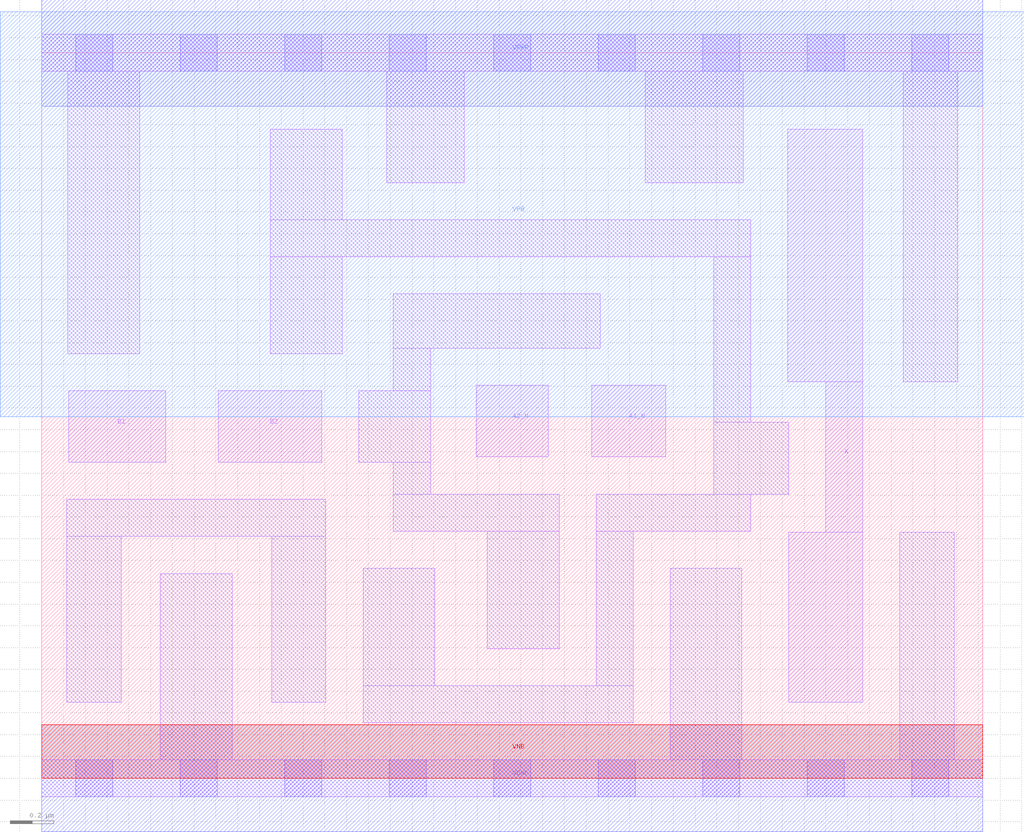
<source format=lef>
# Copyright 2020 The SkyWater PDK Authors
#
# Licensed under the Apache License, Version 2.0 (the "License");
# you may not use this file except in compliance with the License.
# You may obtain a copy of the License at
#
#     https://www.apache.org/licenses/LICENSE-2.0
#
# Unless required by applicable law or agreed to in writing, software
# distributed under the License is distributed on an "AS IS" BASIS,
# WITHOUT WARRANTIES OR CONDITIONS OF ANY KIND, either express or implied.
# See the License for the specific language governing permissions and
# limitations under the License.
#
# SPDX-License-Identifier: Apache-2.0

VERSION 5.7 ;
  NOWIREEXTENSIONATPIN ON ;
  DIVIDERCHAR "/" ;
  BUSBITCHARS "[]" ;
MACRO sky130_fd_sc_ls__o2bb2a_2
  CLASS CORE ;
  FOREIGN sky130_fd_sc_ls__o2bb2a_2 ;
  ORIGIN  0.000000  0.000000 ;
  SIZE  4.320000 BY  3.330000 ;
  SYMMETRY X Y ;
  SITE unit ;
  PIN A1_N
    ANTENNAGATEAREA  0.222000 ;
    DIRECTION INPUT ;
    USE SIGNAL ;
    PORT
      LAYER li1 ;
        RECT 2.525000 1.475000 2.865000 1.805000 ;
    END
  END A1_N
  PIN A2_N
    ANTENNAGATEAREA  0.222000 ;
    DIRECTION INPUT ;
    USE SIGNAL ;
    PORT
      LAYER li1 ;
        RECT 1.995000 1.475000 2.325000 1.805000 ;
    END
  END A2_N
  PIN B1
    ANTENNAGATEAREA  0.261000 ;
    DIRECTION INPUT ;
    USE SIGNAL ;
    PORT
      LAYER li1 ;
        RECT 0.125000 1.450000 0.570000 1.780000 ;
    END
  END B1
  PIN B2
    ANTENNAGATEAREA  0.261000 ;
    DIRECTION INPUT ;
    USE SIGNAL ;
    PORT
      LAYER li1 ;
        RECT 0.810000 1.450000 1.285000 1.780000 ;
    END
  END B2
  PIN X
    ANTENNADIFFAREA  0.543200 ;
    DIRECTION OUTPUT ;
    USE SIGNAL ;
    PORT
      LAYER li1 ;
        RECT 3.425000 1.820000 3.770000 2.980000 ;
        RECT 3.430000 0.350000 3.770000 1.130000 ;
        RECT 3.600000 1.130000 3.770000 1.820000 ;
    END
  END X
  PIN VGND
    DIRECTION INOUT ;
    SHAPE ABUTMENT ;
    USE GROUND ;
    PORT
      LAYER met1 ;
        RECT 0.000000 -0.245000 4.320000 0.245000 ;
    END
  END VGND
  PIN VNB
    DIRECTION INOUT ;
    USE GROUND ;
    PORT
      LAYER pwell ;
        RECT 0.000000 0.000000 4.320000 0.245000 ;
    END
  END VNB
  PIN VPB
    DIRECTION INOUT ;
    USE POWER ;
    PORT
      LAYER nwell ;
        RECT -0.190000 1.660000 4.510000 3.520000 ;
    END
  END VPB
  PIN VPWR
    DIRECTION INOUT ;
    SHAPE ABUTMENT ;
    USE POWER ;
    PORT
      LAYER met1 ;
        RECT 0.000000 3.085000 4.320000 3.575000 ;
    END
  END VPWR
  OBS
    LAYER li1 ;
      RECT 0.000000 -0.085000 4.320000 0.085000 ;
      RECT 0.000000  3.245000 4.320000 3.415000 ;
      RECT 0.115000  0.350000 0.365000 1.110000 ;
      RECT 0.115000  1.110000 1.305000 1.280000 ;
      RECT 0.120000  1.950000 0.450000 3.245000 ;
      RECT 0.545000  0.085000 0.875000 0.940000 ;
      RECT 1.050000  1.950000 1.380000 2.395000 ;
      RECT 1.050000  2.395000 3.255000 2.565000 ;
      RECT 1.050000  2.565000 1.380000 2.980000 ;
      RECT 1.055000  0.350000 1.305000 1.110000 ;
      RECT 1.455000  1.450000 1.785000 1.780000 ;
      RECT 1.475000  0.255000 2.715000 0.425000 ;
      RECT 1.475000  0.425000 1.805000 0.965000 ;
      RECT 1.585000  2.735000 1.940000 3.245000 ;
      RECT 1.615000  1.135000 2.375000 1.305000 ;
      RECT 1.615000  1.305000 1.785000 1.450000 ;
      RECT 1.615000  1.780000 1.785000 1.975000 ;
      RECT 1.615000  1.975000 2.565000 2.225000 ;
      RECT 2.045000  0.595000 2.375000 1.135000 ;
      RECT 2.545000  0.425000 2.715000 1.135000 ;
      RECT 2.545000  1.135000 3.255000 1.305000 ;
      RECT 2.770000  2.735000 3.220000 3.245000 ;
      RECT 2.885000  0.085000 3.215000 0.965000 ;
      RECT 3.085000  1.305000 3.430000 1.635000 ;
      RECT 3.085000  1.635000 3.255000 2.395000 ;
      RECT 3.940000  0.085000 4.190000 1.130000 ;
      RECT 3.955000  1.820000 4.205000 3.245000 ;
    LAYER mcon ;
      RECT 0.155000 -0.085000 0.325000 0.085000 ;
      RECT 0.155000  3.245000 0.325000 3.415000 ;
      RECT 0.635000 -0.085000 0.805000 0.085000 ;
      RECT 0.635000  3.245000 0.805000 3.415000 ;
      RECT 1.115000 -0.085000 1.285000 0.085000 ;
      RECT 1.115000  3.245000 1.285000 3.415000 ;
      RECT 1.595000 -0.085000 1.765000 0.085000 ;
      RECT 1.595000  3.245000 1.765000 3.415000 ;
      RECT 2.075000 -0.085000 2.245000 0.085000 ;
      RECT 2.075000  3.245000 2.245000 3.415000 ;
      RECT 2.555000 -0.085000 2.725000 0.085000 ;
      RECT 2.555000  3.245000 2.725000 3.415000 ;
      RECT 3.035000 -0.085000 3.205000 0.085000 ;
      RECT 3.035000  3.245000 3.205000 3.415000 ;
      RECT 3.515000 -0.085000 3.685000 0.085000 ;
      RECT 3.515000  3.245000 3.685000 3.415000 ;
      RECT 3.995000 -0.085000 4.165000 0.085000 ;
      RECT 3.995000  3.245000 4.165000 3.415000 ;
  END
END sky130_fd_sc_ls__o2bb2a_2
END LIBRARY

</source>
